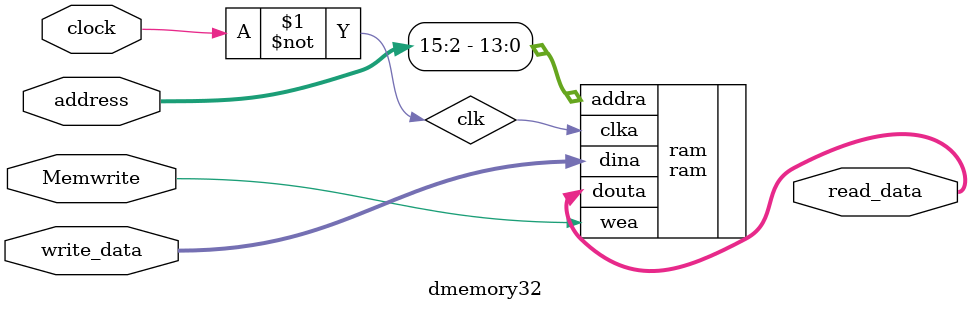
<source format=v>
`timescale 1ns / 1ps


module dmemory32(
    output [31:0] read_data, //´Ó´æ´¢Æ÷ÖÐ»ñµÃµÄÊý¾Ý
    input [31:0] address, //ALU.ALUOut
    input [31:0] write_data, //À´×ÔÒëÂëµ¥ÔªµÄ RF.RD2
    input Memwrite, //À´×Ô¿ØÖÆµ¥ÔªDMWr
    input clock
    );
    wire clk;
    assign clk = ~clock;
    ram ram (
        .clka(clk),
        .wea(Memwrite),
        .addra(address[15:2]),
        .dina(write_data),
        .douta(read_data)
    );
    
endmodule

</source>
